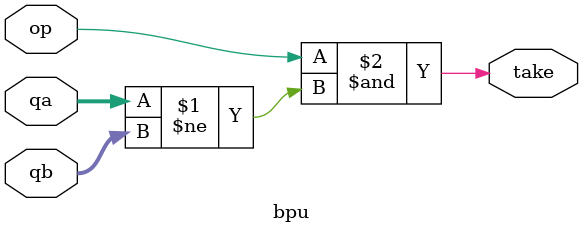
<source format=v>
`timescale 1ns / 1ps

module bpu(
    input           op,
    input   [31:0]  qa,
    input   [31:0]  qb,
    output          take
    );
    
    assign take = op & (qa != qb);
    
endmodule

</source>
